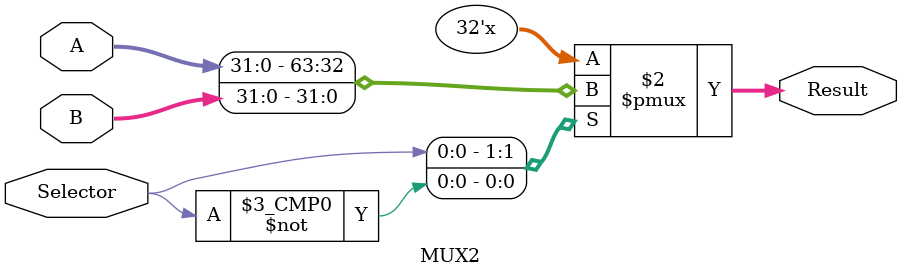
<source format=sv>
module MUX2(
  input logic [31:0] A,
  input logic [31:0] B,
  
  input logic Selector,
  
  output logic [31:0] Result
);
  
  always @(*) begin
    case(Selector)
      1'b1: Result <= A;
      1'b0: Result <= B;
      default: Result <= B;
    endcase
  end
 
endmodule
</source>
